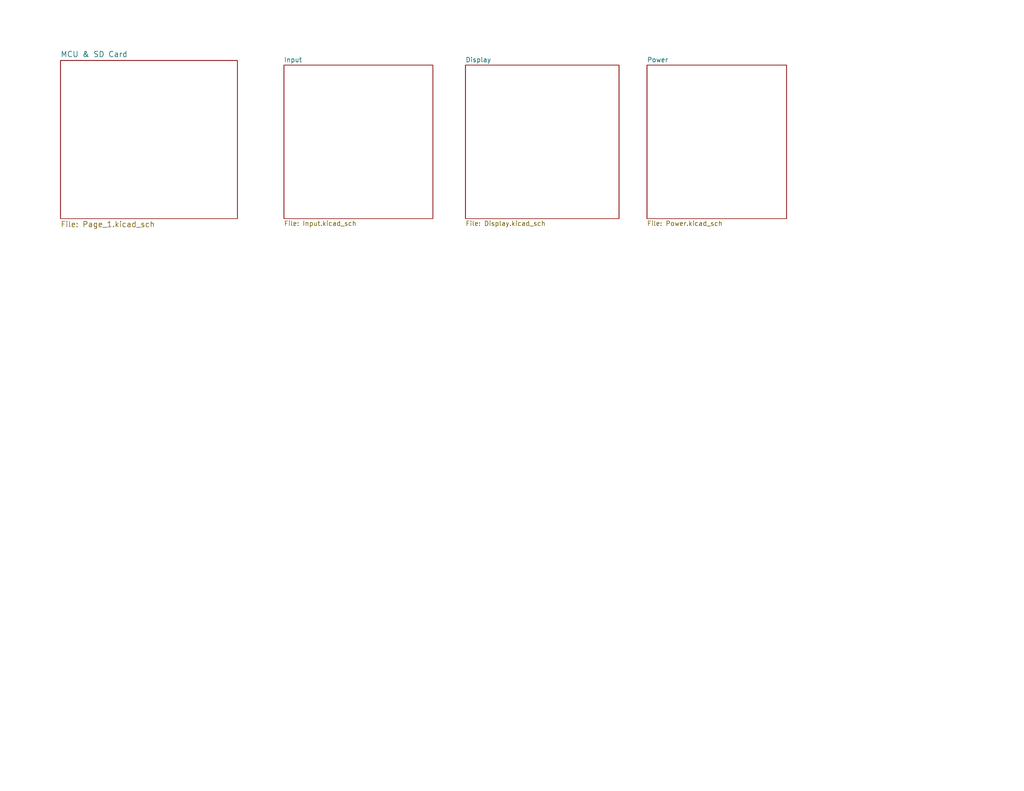
<source format=kicad_sch>
(kicad_sch (version 20230121) (generator eeschema)
  (paper "A")
  (title_block (title "PiCM3 GBA") (date "2024-01-14") (rev "V1.0") (company "Seth Barberee"))
  (lib_symbols)
  (sheet (at 16.51 16.51) (size 48.26 43.18)
    (property "Sheetname" "MCU & SD Card" (at 16.51 15.6841 0) (effects (font (size 1.4986 1.4986)) (justify left bottom)))
    (property "Sheetfile" "Page_1.kicad_sch" (at 16.51 60.366 0) (effects (font (size 1.4986 1.4986)) (justify left top)))
  )
  (sheet (at 176.53 17.78) (size 38.1 41.91) (stroke (width 0.1524))
    (property "Sheetname" "Power" (at 176.53 17.0684 0) (effects (justify left bottom)))
    (property "Sheetfile" "Power.kicad_sch" (at 176.53 60.2746 0) (effects (justify left top)))
  )
  (sheet (at 77.47 17.78) (size 40.64 41.91) (stroke (width 0.1524))
    (property "Sheetname" "Input" (at 77.47 17.0684 0) (effects (justify left bottom)))
    (property "Sheetfile" "Input.kicad_sch" (at 77.47 60.2746 0) (effects (justify left top)))
  )
  (sheet (at 127 17.78) (size 41.91 41.91) (stroke (width 0.1524))
    (property "Sheetname" "Display" (at 127 17.0684 0) (effects (justify left bottom)))
    (property "Sheetfile" "Display.kicad_sch" (at 127 60.2746 0) (effects (justify left top)))
  )
)
</source>
